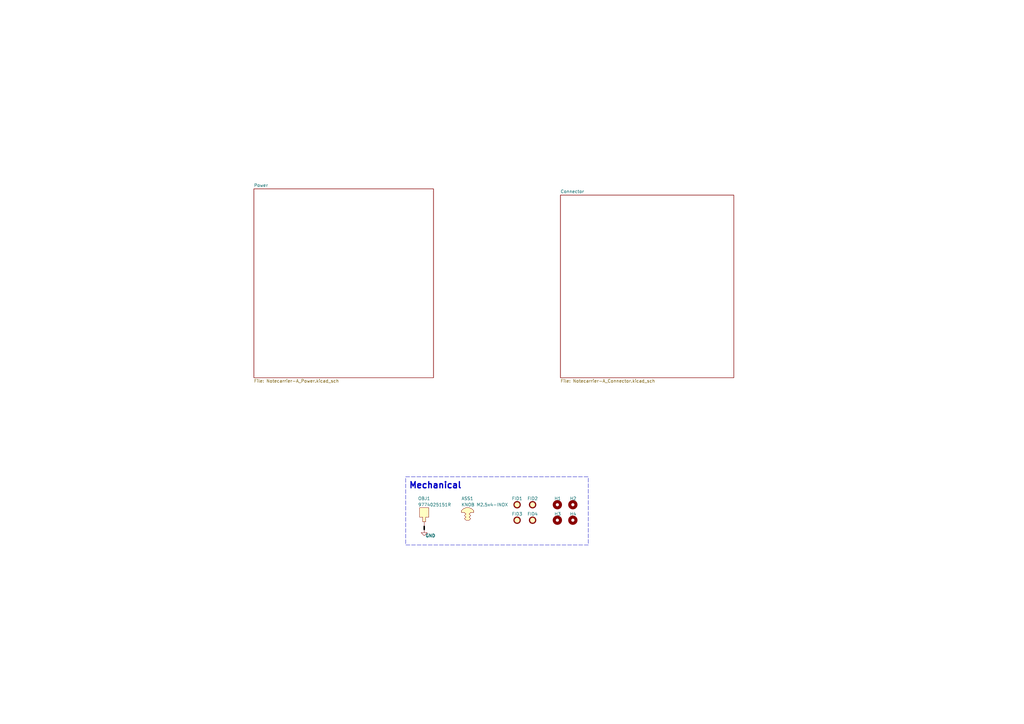
<source format=kicad_sch>
(kicad_sch (version 20230121) (generator eeschema)
  (paper "A3")
  (title_block (title "Notecarrier-A") (date "DRAFT") (rev "A") (comment 1 "Blues Inc") (comment 2 "Heath Raftery"))
  (lib_symbols
    (symbol "Mechanical:Fiducial"
      (property "Reference" "FID" (at 0 5.08 0))
      (property "Value" "Fiducial" (at 0 3.175 0))
      (symbol "Fiducial_0_1"
        (circle (center 0 0) (radius 1.27) (stroke (width 0.508)) (fill (type background)))
      )
    )
    (symbol "Mechanical:MountingHole" (pin_names (offset 1.016))
      (property "Reference" "H" (at 0 5.08 0))
      (property "Value" "MountingHole" (at 0 3.175 0))
      (symbol "MountingHole_0_1"
        (circle (center 0 0) (radius 1.27) (stroke (width 1.27)))
      )
    )
    (symbol "blues-kicad-lib:mechanical_Screw" (on_board no)
      (property "Reference" "ASS" (at 0 5.715 0))
      (property "Value" "Screw" (at 0 3.81 0))
      (symbol "mechanical_Screw_0_1"
        (polyline (pts (xy -2.54 1.27) (xy -2.54 0.635) (xy -1.27 0.635) (xy -0.635 0) (xy -1.27 -0.635) (xy -0.635 -1.27) (xy -1.27 -1.905) (xy -0.635 -2.54) (xy 0.635 -2.54) (xy 1.27 -1.905) (xy 0.635 -1.27) (xy 1.27 -0.635) (xy 0.635 0) (xy 1.27 0.635) (xy 2.54 0.635) (xy 2.54 1.27)) (fill (type background)))
        (arc (start 2.54 1.27) (mid 0 2.6143) (end -2.54 1.27) (fill (type background)))
      )
    )
    (symbol "blues-kicad-lib:mechanical_Standoff_Pad" (pin_numbers hide) (pin_names hide)
      (property "Reference" "ASS" (at 0 7.62 0))
      (property "Value" "Standoff" (at 0 5.715 0))
      (symbol "mechanical_Standoff_Pad_0_1"
        (polyline (pts (xy 0.635 -1.905) (xy 0.635 0) (xy 1.905 0) (xy 1.905 3.81) (xy -1.905 3.81) (xy -1.905 0) (xy -0.635 0) (xy -0.635 -1.905) (xy 0.635 -1.905)) (fill (type background)))
      )
      (symbol "mechanical_Standoff_Pad_1_1"
        (pin input line (at 0 -3.81 90) (length 1.905) (name "1") (number "1"))
      )
    )
    (symbol "power:GND" (power) (pin_names (offset 0))
      (property "Value" "GND" (at 0 -3.81 0))
      (symbol "GND_0_1"
        (polyline (pts (xy 0 0) (xy 0 -1.27) (xy 1.27 -1.27) (xy 0 -2.54) (xy -1.27 -1.27) (xy 0 -1.27)))
      )
      (symbol "GND_1_1"
        (pin power_in line (at 0 0 270) (length 0) hide (name "GND") (number "1"))
      )
    )
  )
  (wire (pts (xy 173.99 215.9) (xy 173.99 217.17)) (stroke (width 0.6) (color 0 0 0 1)))
  (rectangle (start 166.37 195.58) (end 241.3 223.52) (stroke (width 0) (type dash)))
  (text "Mechanical" (at 167.64 200.66 0) (effects (font (size 2.54 2.54) (thickness 0.508) bold) (justify left bottom)))
  (symbol (lib_id "blues-kicad-lib:mechanical_Standoff_Pad") (at 173.99 212.09 0) (unit 1)
    (property "Reference" "OBJ1" (at 171.45 204.47 0) (effects (justify left)))
    (property "Value" "9774025151R" (at 171.45 207.01 0) (effects (justify left)))
    (property "Footprint" "blues-kicad-lib:DIST-WASMSIM0250" (effects hide))
    (property "Description" "DISTANZ. CIL. METALLO 5.1X2.5 9774025151R W.E SMT" (effects hide))
    (property "Pkg Type" "SMD" (effects hide))
    (property "Caratteristiche" "M2.5" (effects hide))
    (property "Distributor" "FAE" (effects hide))
  )
  (symbol (lib_id "Mechanical:Fiducial") (at 218.44 213.36 0) (unit 1)
    (property "Reference" "FID4" (at 218.44 210.82 0))
    (property "Value" "TPS" (effects hide))
    (property "Footprint" "blues-kicad-lib:FIDUCIAL" (effects hide))
    (property "Description" "FIDUCIAL" (effects hide))
    (property "Pkg Type" "SMD" (effects hide))
    (property "Distributor" "FAE" (effects hide))
  )
  (symbol (lib_id "blues-kicad-lib:mechanical_Screw") (at 191.77 210.82 0) (unit 1) (on_board no)
    (property "Reference" "ASS1" (at 189.23 204.47 0) (effects (justify left)))
    (property "Value" "KNOB M2.5x4-INOX" (at 189.23 207.01 0) (effects (justify left)))
    (property "Description" "SCREW CYLINDRICAL HEAD HEX SOCKET 2.5X4 A2 INOX" (effects hide))
    (property "Pkg Type" "THT" (effects hide))
    (property "Caratteristiche" "M2.5" (effects hide))
    (property "Distributor" "FAE" (effects hide))
  )
  (symbol (lib_id "Mechanical:Fiducial") (at 212.09 213.36 0) (unit 1)
    (property "Reference" "FID3" (at 212.09 210.82 0))
    (property "Value" "TPS" (effects hide))
    (property "Footprint" "blues-kicad-lib:FIDUCIAL" (effects hide))
    (property "Description" "FIDUCIAL" (effects hide))
    (property "Pkg Type" "SMD" (effects hide))
    (property "Distributor" "FAE" (effects hide))
  )
  (symbol (lib_id "Mechanical:MountingHole") (at 228.6 213.36 0) (unit 1)
    (property "Reference" "H3" (at 227.33 210.82 0) (effects (justify left)))
    (property "Value" "MountingHole" (effects hide))
    (property "Footprint" "blues-kicad-lib:FORO-0330-U" (effects hide))
  )
  (symbol (lib_id "Mechanical:MountingHole") (at 234.95 213.36 0) (unit 1)
    (property "Reference" "H4" (at 233.68 210.82 0) (effects (justify left)))
    (property "Value" "MountingHole" (effects hide))
    (property "Footprint" "blues-kicad-lib:FORO-0330-U" (effects hide))
  )
  (symbol (lib_id "power:GND") (at 173.99 217.17 0) (unit 1)
    (property "Reference" "#PWR036" (effects hide))
    (property "Value" "GND" (at 176.53 219.71 0) (effects (font bold)))
  )
  (symbol (lib_id "Mechanical:MountingHole") (at 228.6 207.01 0) (unit 1)
    (property "Reference" "H1" (at 227.33 204.47 0) (effects (justify left)))
    (property "Value" "MountingHole" (effects hide))
    (property "Footprint" "blues-kicad-lib:FORO-0330-U" (effects hide))
  )
  (symbol (lib_id "Mechanical:Fiducial") (at 218.44 207.01 0) (unit 1)
    (property "Reference" "FID2" (at 218.44 204.47 0))
    (property "Value" "TPS" (effects hide))
    (property "Footprint" "blues-kicad-lib:FIDUCIAL" (effects hide))
    (property "Description" "FIDUCIAL" (effects hide))
    (property "Pkg Type" "SMD" (effects hide))
    (property "Distributor" "FAE" (effects hide))
  )
  (symbol (lib_id "Mechanical:MountingHole") (at 234.95 207.01 0) (unit 1)
    (property "Reference" "H2" (at 233.68 204.47 0) (effects (justify left)))
    (property "Value" "MountingHole" (effects hide))
    (property "Footprint" "blues-kicad-lib:FORO-0330-U" (effects hide))
  )
  (symbol (lib_id "Mechanical:Fiducial") (at 212.09 207.01 0) (unit 1)
    (property "Reference" "FID1" (at 212.09 204.47 0))
    (property "Value" "TPS" (effects hide))
    (property "Footprint" "blues-kicad-lib:FIDUCIAL" (effects hide))
    (property "Description" "FIDUCIAL" (effects hide))
    (property "Pkg Type" "SMD" (effects hide))
    (property "Distributor" "FAE" (effects hide))
  )
  (sheet (at 104.14 77.47) (size 73.66 77.47) (stroke (width 0.1524))
    (property "Sheetname" "Power" (at 104.14 76.7584 0) (effects (justify left bottom)))
    (property "Sheetfile" "Notecarrier-A_Power.kicad_sch" (at 104.14 155.5246 0) (effects (justify left top)))
  )
  (sheet (at 229.87 80.01) (size 71.12 74.93) (stroke (width 0.1524))
    (property "Sheetname" "Connector" (at 229.87 79.2984 0) (effects (justify left bottom)))
    (property "Sheetfile" "Notecarrier-A_Connector.kicad_sch" (at 229.87 155.5246 0) (effects (justify left top)))
  )
)
</source>
